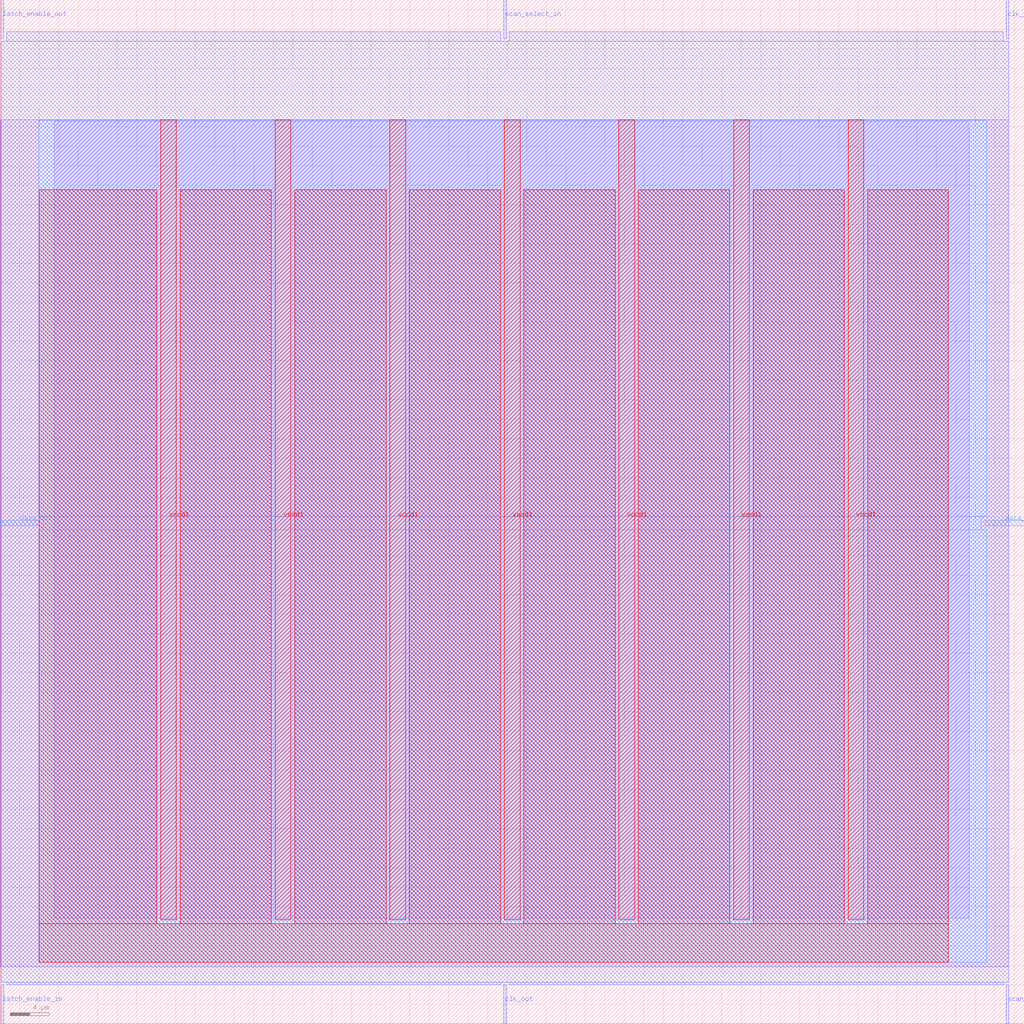
<source format=lef>
VERSION 5.7 ;
  NOWIREEXTENSIONATPIN ON ;
  DIVIDERCHAR "/" ;
  BUSBITCHARS "[]" ;
MACRO scan_wrapper_341542971476279892
  CLASS BLOCK ;
  FOREIGN scan_wrapper_341542971476279892 ;
  ORIGIN 0.000 0.000 ;
  SIZE 105.000 BY 105.000 ;
  PIN clk_in
    DIRECTION INPUT ;
    USE SIGNAL ;
    PORT
      LAYER met2 ;
        RECT 103.130 101.000 103.410 105.000 ;
    END
  END clk_in
  PIN clk_out
    DIRECTION OUTPUT TRISTATE ;
    USE SIGNAL ;
    PORT
      LAYER met2 ;
        RECT 51.610 0.000 51.890 4.000 ;
    END
  END clk_out
  PIN data_in
    DIRECTION INPUT ;
    USE SIGNAL ;
    PORT
      LAYER met3 ;
        RECT 101.000 51.040 105.000 51.640 ;
    END
  END data_in
  PIN data_out
    DIRECTION OUTPUT TRISTATE ;
    USE SIGNAL ;
    PORT
      LAYER met3 ;
        RECT 0.000 51.040 4.000 51.640 ;
    END
  END data_out
  PIN latch_enable_in
    DIRECTION INPUT ;
    USE SIGNAL ;
    PORT
      LAYER met2 ;
        RECT 0.090 0.000 0.370 4.000 ;
    END
  END latch_enable_in
  PIN latch_enable_out
    DIRECTION OUTPUT TRISTATE ;
    USE SIGNAL ;
    PORT
      LAYER met2 ;
        RECT 0.090 101.000 0.370 105.000 ;
    END
  END latch_enable_out
  PIN scan_select_in
    DIRECTION INPUT ;
    USE SIGNAL ;
    PORT
      LAYER met2 ;
        RECT 51.610 101.000 51.890 105.000 ;
    END
  END scan_select_in
  PIN scan_select_out
    DIRECTION OUTPUT TRISTATE ;
    USE SIGNAL ;
    PORT
      LAYER met2 ;
        RECT 103.130 0.000 103.410 4.000 ;
    END
  END scan_select_out
  PIN vccd1
    DIRECTION INOUT ;
    USE POWER ;
    PORT
      LAYER met4 ;
        RECT 16.465 10.640 18.065 92.720 ;
    END
    PORT
      LAYER met4 ;
        RECT 39.955 10.640 41.555 92.720 ;
    END
    PORT
      LAYER met4 ;
        RECT 63.445 10.640 65.045 92.720 ;
    END
    PORT
      LAYER met4 ;
        RECT 86.935 10.640 88.535 92.720 ;
    END
  END vccd1
  PIN vssd1
    DIRECTION INOUT ;
    USE GROUND ;
    PORT
      LAYER met4 ;
        RECT 28.210 10.640 29.810 92.720 ;
    END
    PORT
      LAYER met4 ;
        RECT 51.700 10.640 53.300 92.720 ;
    END
    PORT
      LAYER met4 ;
        RECT 75.190 10.640 76.790 92.720 ;
    END
  END vssd1
  OBS
      LAYER li1 ;
        RECT 5.520 10.795 99.360 92.565 ;
      LAYER met1 ;
        RECT 0.070 5.820 103.430 92.720 ;
      LAYER met2 ;
        RECT 0.650 100.720 51.330 101.730 ;
        RECT 52.170 100.720 102.850 101.730 ;
        RECT 0.100 4.280 103.400 100.720 ;
        RECT 0.650 4.000 51.330 4.280 ;
        RECT 52.170 4.000 102.850 4.280 ;
      LAYER met3 ;
        RECT 3.950 52.040 101.135 92.645 ;
        RECT 4.400 50.640 100.600 52.040 ;
        RECT 3.950 6.300 101.135 50.640 ;
      LAYER met4 ;
        RECT 3.975 10.240 16.065 85.505 ;
        RECT 18.465 10.240 27.810 85.505 ;
        RECT 30.210 10.240 39.555 85.505 ;
        RECT 41.955 10.240 51.300 85.505 ;
        RECT 53.700 10.240 63.045 85.505 ;
        RECT 65.445 10.240 74.790 85.505 ;
        RECT 77.190 10.240 86.535 85.505 ;
        RECT 88.935 10.240 97.225 85.505 ;
        RECT 3.975 6.295 97.225 10.240 ;
  END
END scan_wrapper_341542971476279892
END LIBRARY


</source>
